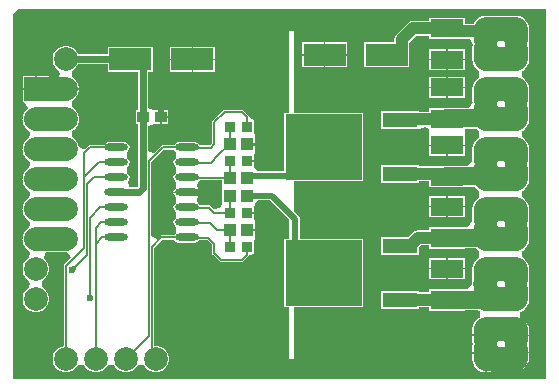
<source format=gtl>
G04*
G04 #@! TF.GenerationSoftware,Altium Limited,Altium Designer,22.6.1 (34)*
G04*
G04 Layer_Physical_Order=1*
G04 Layer_Color=255*
%FSLAX44Y44*%
%MOMM*%
G71*
G04*
G04 #@! TF.SameCoordinates,5A10DA5C-CD7F-47E8-AF5C-5331072B1CDA*
G04*
G04*
G04 #@! TF.FilePolarity,Positive*
G04*
G01*
G75*
%ADD11C,0.6000*%
%ADD15R,3.6000X1.8500*%
%ADD16R,1.0500X1.0000*%
%ADD17R,1.0000X0.9500*%
%ADD18R,3.0000X1.2500*%
%ADD19R,6.4000X5.5500*%
%ADD20R,2.8000X1.5500*%
%ADD21O,2.0000X0.6000*%
%ADD22R,0.9500X0.9000*%
%ADD36C,1.0000*%
%ADD37C,2.0000*%
%ADD38C,1.5000*%
%ADD39C,0.5000*%
%ADD40C,0.1270*%
%ADD41O,2.0000X3.0000*%
%ADD42C,2.0000*%
%ADD43O,2.0000X2.8000*%
%ADD44R,2.0000X2.0000*%
%ADD45C,0.6000*%
G36*
X83625Y-93275D02*
X-367225D01*
Y215932D01*
X-363632Y219524D01*
X-158475Y219468D01*
X-157225D01*
Y219525D01*
X83625D01*
Y-93275D01*
D02*
G37*
%LPC*%
G36*
X58225Y214192D02*
X32825D01*
X29883Y213805D01*
X27141Y212669D01*
X24787Y210863D01*
X22981Y208509D01*
X22415Y207143D01*
X15270D01*
Y212520D01*
X-15270D01*
Y209893D01*
X-28750D01*
X-31196Y209406D01*
X-33270Y208020D01*
X-42770Y198520D01*
X-44156Y196446D01*
X-44643Y194000D01*
Y191520D01*
X-70520D01*
Y170480D01*
X-31980D01*
Y184632D01*
X-31857Y185250D01*
Y191352D01*
X-26102Y197107D01*
X-15270D01*
Y194480D01*
X2133D01*
X2750Y194357D01*
X19461D01*
X21702Y189378D01*
X21458Y187525D01*
Y177525D01*
X21464Y177475D01*
X21458Y177425D01*
X21845Y174483D01*
X22981Y171741D01*
X24787Y169387D01*
X27141Y167581D01*
X27398Y167474D01*
Y161976D01*
X27141Y161869D01*
X24787Y160063D01*
X22981Y157709D01*
X21845Y154967D01*
X21458Y152025D01*
X21464Y151975D01*
X21458Y151925D01*
Y141925D01*
X21562Y141132D01*
X18245Y136096D01*
X250D01*
X250Y136096D01*
X-325Y136020D01*
X-15270D01*
Y132893D01*
X-23730D01*
Y133520D01*
X-56270D01*
Y118480D01*
X-23730D01*
Y118480D01*
X-18650Y119632D01*
X-15270Y117980D01*
Y113270D01*
X-15270Y112900D01*
Y104885D01*
X0D01*
X15270D01*
Y112900D01*
X15270Y113270D01*
Y117980D01*
X15694Y118404D01*
X25025D01*
X27141Y116781D01*
X27398Y116674D01*
Y111176D01*
X27141Y111069D01*
X24787Y109263D01*
X22981Y106909D01*
X21845Y104167D01*
X21458Y101225D01*
X21464Y101175D01*
X21458Y101125D01*
Y91125D01*
X17350Y86846D01*
X250D01*
X250Y86846D01*
X-325Y86770D01*
X-15270D01*
Y86593D01*
X-23730D01*
Y87720D01*
X-56270D01*
Y72680D01*
X-23730D01*
Y73807D01*
X-15270D01*
Y68730D01*
X15270D01*
Y69154D01*
X23738D01*
X24787Y67787D01*
X27141Y65981D01*
X27398Y65874D01*
Y60376D01*
X27141Y60269D01*
X24787Y58463D01*
X22981Y56109D01*
X21845Y53367D01*
X21458Y50425D01*
X21464Y50375D01*
X21458Y50325D01*
Y40325D01*
X21479Y40167D01*
X17899Y35096D01*
X250D01*
X-325Y35020D01*
X-15270D01*
Y32643D01*
X-24300D01*
X-24300Y32643D01*
X-26746Y32156D01*
X-28820Y30770D01*
X-32771Y26820D01*
X-56270D01*
Y11780D01*
X-23730D01*
Y17779D01*
X-21652Y19857D01*
X-15270D01*
Y16980D01*
X15270D01*
Y17404D01*
X24467D01*
X24787Y16987D01*
X27141Y15181D01*
X27398Y15074D01*
Y9576D01*
X27141Y9469D01*
X24787Y7663D01*
X22981Y5309D01*
X21845Y2567D01*
X21458Y-375D01*
X21464Y-425D01*
X21458Y-475D01*
Y-10475D01*
X21500Y-10794D01*
X21026Y-13175D01*
X17128Y-17404D01*
X250D01*
X250Y-17404D01*
X-325Y-17480D01*
X-15270D01*
Y-20107D01*
X-23730D01*
Y-18980D01*
X-56270D01*
Y-34020D01*
X-23730D01*
Y-32893D01*
X-15270D01*
Y-35520D01*
X15270D01*
Y-35096D01*
X26459D01*
X27141Y-35619D01*
X27519Y-35776D01*
Y-41274D01*
X27141Y-41431D01*
X24787Y-43237D01*
X22981Y-45591D01*
X21845Y-48333D01*
X21458Y-51275D01*
Y-55640D01*
X32825D01*
Y-56910D01*
X21458D01*
Y-61275D01*
X21800Y-63875D01*
X21458Y-66475D01*
Y-70840D01*
X32825D01*
Y-71475D01*
X33460D01*
Y-87759D01*
X35767Y-87455D01*
X38509Y-86319D01*
X40863Y-84513D01*
X42669Y-82159D01*
X43066Y-81202D01*
X47650Y-80820D01*
X48498Y-80912D01*
X50187Y-83113D01*
X52541Y-84919D01*
X55283Y-86055D01*
X57590Y-86359D01*
Y-71075D01*
X58225D01*
Y-70440D01*
X69592D01*
Y-67075D01*
X69205Y-64133D01*
X69098Y-63875D01*
X69205Y-63617D01*
X69592Y-60675D01*
Y-57310D01*
X58225D01*
Y-56040D01*
X69592D01*
Y-52675D01*
X69205Y-49733D01*
X68069Y-46991D01*
X66263Y-44637D01*
X63909Y-42831D01*
X62100Y-42081D01*
X61616Y-39225D01*
X62100Y-36369D01*
X63909Y-35619D01*
X66263Y-33813D01*
X68069Y-31459D01*
X69205Y-28717D01*
X69592Y-25775D01*
X69493Y-25025D01*
X69592Y-24275D01*
Y-16275D01*
X69205Y-13333D01*
X69098Y-13075D01*
X69205Y-12817D01*
X69592Y-9875D01*
Y-1875D01*
X69493Y-1125D01*
X69592Y-375D01*
X69205Y2567D01*
X68069Y5309D01*
X66263Y7663D01*
X63909Y9469D01*
X63652Y9576D01*
Y15074D01*
X63909Y15181D01*
X66263Y16987D01*
X68069Y19341D01*
X69205Y22083D01*
X69592Y25025D01*
X69493Y25775D01*
X69592Y26525D01*
Y34525D01*
X69205Y37467D01*
X69098Y37725D01*
X69205Y37983D01*
X69592Y40925D01*
Y48925D01*
X69493Y49675D01*
X69592Y50425D01*
X69205Y53367D01*
X68069Y56109D01*
X66263Y58463D01*
X63909Y60269D01*
X63652Y60376D01*
Y65874D01*
X63909Y65981D01*
X66263Y67787D01*
X68069Y70141D01*
X69205Y72883D01*
X69592Y75825D01*
X69493Y76575D01*
X69592Y77325D01*
Y85325D01*
X69205Y88267D01*
X69098Y88525D01*
X69205Y88783D01*
X69592Y91725D01*
Y99725D01*
X69493Y100475D01*
X69592Y101225D01*
X69205Y104167D01*
X68069Y106909D01*
X66263Y109263D01*
X63909Y111069D01*
X63652Y111176D01*
Y116674D01*
X63909Y116781D01*
X66263Y118587D01*
X68069Y120941D01*
X69205Y123683D01*
X69592Y126625D01*
X69493Y127375D01*
X69592Y128125D01*
Y136125D01*
X69205Y139067D01*
X69098Y139325D01*
X69205Y139583D01*
X69592Y142525D01*
Y150525D01*
X69493Y151275D01*
X69592Y152025D01*
X69205Y154967D01*
X68069Y157709D01*
X66263Y160063D01*
X63909Y161869D01*
X63652Y161976D01*
Y167474D01*
X63909Y167581D01*
X66263Y169387D01*
X68069Y171741D01*
X69205Y174483D01*
X69592Y177425D01*
X69493Y178175D01*
X69592Y178925D01*
Y186925D01*
X69205Y189867D01*
X69098Y190125D01*
X69205Y190383D01*
X69592Y193325D01*
Y201325D01*
X69493Y202075D01*
X69592Y202825D01*
X69205Y205767D01*
X68069Y208509D01*
X66263Y210863D01*
X63909Y212669D01*
X61167Y213805D01*
X58225Y214192D01*
D02*
G37*
G36*
X-84480Y191520D02*
X-103115D01*
Y181635D01*
X-84480D01*
Y191520D01*
D02*
G37*
G36*
X-104385D02*
X-123020D01*
Y181635D01*
X-104385D01*
Y191520D01*
D02*
G37*
G36*
X-196425Y187565D02*
X-215060D01*
Y177680D01*
X-196425D01*
Y187565D01*
D02*
G37*
G36*
X-216330D02*
X-234965D01*
Y177680D01*
X-216330D01*
Y187565D01*
D02*
G37*
G36*
X15270Y186020D02*
X635D01*
Y177635D01*
X15270D01*
Y186020D01*
D02*
G37*
G36*
X-635D02*
X-15270D01*
Y177635D01*
X-635D01*
Y186020D01*
D02*
G37*
G36*
X-84480Y180365D02*
X-103115D01*
Y170480D01*
X-84480D01*
Y180365D01*
D02*
G37*
G36*
X-104385D02*
X-123020D01*
Y170480D01*
X-104385D01*
Y180365D01*
D02*
G37*
G36*
X15270Y176365D02*
X635D01*
Y167980D01*
X15270D01*
Y176365D01*
D02*
G37*
G36*
X-635D02*
X-15270D01*
Y167980D01*
X-635D01*
Y176365D01*
D02*
G37*
G36*
X-196425Y176410D02*
X-215060D01*
Y166525D01*
X-196425D01*
Y176410D01*
D02*
G37*
G36*
X-216330D02*
X-234965D01*
Y166525D01*
X-216330D01*
Y176410D01*
D02*
G37*
G36*
X15270Y162520D02*
X635D01*
Y154135D01*
X15270D01*
Y162520D01*
D02*
G37*
G36*
X-635D02*
X-15270D01*
Y154135D01*
X-635D01*
Y162520D01*
D02*
G37*
G36*
X-348810Y163295D02*
X-359445D01*
Y152660D01*
X-348810D01*
Y163295D01*
D02*
G37*
G36*
X15270Y152865D02*
X635D01*
Y144480D01*
X15270D01*
Y152865D01*
D02*
G37*
G36*
X-635D02*
X-15270D01*
Y144480D01*
X-635D01*
Y152865D01*
D02*
G37*
G36*
X-241540Y134495D02*
Y129110D01*
X-235905D01*
Y134495D01*
X-241540D01*
D02*
G37*
G36*
X-235905Y127840D02*
X-241540D01*
Y122455D01*
X-235905D01*
Y127840D01*
D02*
G37*
G36*
X15270Y103615D02*
X635D01*
Y95230D01*
X15270D01*
Y103615D01*
D02*
G37*
G36*
X-635D02*
X-15270D01*
Y95230D01*
X-635D01*
Y103615D01*
D02*
G37*
G36*
X-129725Y200775D02*
X-133959D01*
Y132120D01*
X-137770D01*
Y82369D01*
X-159842D01*
X-163062Y85006D01*
X-163635Y87681D01*
Y90610D01*
X-169655D01*
Y91880D01*
X-163635D01*
Y94809D01*
X-162635Y99475D01*
X-162635Y101681D01*
Y105110D01*
X-169155D01*
Y106380D01*
X-162635D01*
Y109809D01*
X-162635Y112015D01*
X-163635Y116681D01*
Y126015D01*
X-163832D01*
X-167713Y128655D01*
X-167861Y129398D01*
X-168281Y130028D01*
X-172351Y134098D01*
X-172982Y134520D01*
X-173725Y134667D01*
X-188225D01*
X-188225Y134667D01*
X-188968Y134520D01*
X-189598Y134099D01*
X-189599Y134098D01*
X-198348Y125349D01*
X-198769Y124718D01*
X-198917Y123975D01*
Y106530D01*
X-201029Y104417D01*
X-209487D01*
X-210347Y105703D01*
X-211759Y106647D01*
X-213425Y106979D01*
X-227425D01*
X-229091Y106647D01*
X-230504Y105703D01*
X-231263Y104567D01*
X-240325D01*
X-241068Y104419D01*
X-241698Y103998D01*
X-248128Y97569D01*
X-252821Y99513D01*
Y120756D01*
X-248445Y122455D01*
X-245825Y122455D01*
X-242810D01*
Y128475D01*
Y134495D01*
X-245825D01*
X-248445Y134495D01*
X-252821Y136194D01*
Y166525D01*
X-248925D01*
Y187565D01*
X-287465D01*
Y181779D01*
X-312275D01*
X-313757Y184345D01*
X-315855Y186443D01*
X-318425Y187927D01*
X-321291Y188695D01*
X-324259D01*
X-327125Y187927D01*
X-329695Y186443D01*
X-331793Y184345D01*
X-333277Y181775D01*
X-334045Y178909D01*
Y175941D01*
X-333277Y173075D01*
X-331793Y170505D01*
X-329695Y168407D01*
X-328146Y167513D01*
X-327602Y164853D01*
Y164597D01*
X-328138Y161977D01*
X-328340Y161826D01*
X-329695Y161043D01*
X-330624Y160115D01*
X-332144Y158975D01*
X-336905Y160251D01*
Y163295D01*
X-347540D01*
Y152025D01*
X-348175D01*
Y151390D01*
X-359445D01*
Y140755D01*
X-358243D01*
X-357686Y139976D01*
X-355095Y135643D01*
X-355622Y135116D01*
X-356213Y134663D01*
X-356666Y134072D01*
X-357193Y133545D01*
X-357566Y132900D01*
X-358019Y132309D01*
X-358304Y131620D01*
X-358677Y130975D01*
X-358870Y130255D01*
X-359155Y129567D01*
X-359252Y128828D01*
X-359445Y128109D01*
Y127364D01*
X-359542Y126625D01*
X-359445Y125886D01*
Y125141D01*
X-359252Y124422D01*
X-359155Y123683D01*
X-358870Y122995D01*
X-358677Y122275D01*
X-358304Y121630D01*
X-358019Y120941D01*
X-357566Y120350D01*
X-357193Y119705D01*
X-356666Y119178D01*
X-356213Y118587D01*
X-355622Y118134D01*
X-355095Y117607D01*
X-354450Y117234D01*
X-353859Y116781D01*
X-353636Y116688D01*
X-353002Y114461D01*
Y113389D01*
X-353636Y111161D01*
X-353859Y111069D01*
X-354450Y110616D01*
X-355095Y110243D01*
X-355622Y109716D01*
X-356213Y109263D01*
X-356666Y108672D01*
X-357193Y108145D01*
X-357566Y107500D01*
X-358019Y106909D01*
X-358304Y106220D01*
X-358677Y105575D01*
X-358870Y104855D01*
X-359155Y104167D01*
X-359252Y103428D01*
X-359445Y102709D01*
Y101964D01*
X-359542Y101225D01*
X-359445Y100486D01*
Y99741D01*
X-359252Y99022D01*
X-359155Y98283D01*
X-358870Y97595D01*
X-358677Y96875D01*
X-358304Y96230D01*
X-358019Y95541D01*
X-357566Y94950D01*
X-357193Y94305D01*
X-356666Y93778D01*
X-356213Y93187D01*
X-355622Y92734D01*
X-355095Y92207D01*
X-354450Y91834D01*
X-353859Y91381D01*
X-353636Y91288D01*
X-353002Y89061D01*
Y87989D01*
X-353636Y85761D01*
X-353859Y85669D01*
X-354450Y85216D01*
X-355095Y84843D01*
X-355622Y84316D01*
X-356213Y83863D01*
X-356666Y83272D01*
X-357193Y82745D01*
X-357566Y82100D01*
X-358019Y81509D01*
X-358304Y80820D01*
X-358677Y80175D01*
X-358870Y79455D01*
X-359155Y78767D01*
X-359252Y78028D01*
X-359445Y77309D01*
Y76564D01*
X-359542Y75825D01*
X-359445Y75086D01*
Y74341D01*
X-359252Y73622D01*
X-359155Y72883D01*
X-358870Y72195D01*
X-358677Y71475D01*
X-358304Y70830D01*
X-358019Y70141D01*
X-357566Y69550D01*
X-357193Y68905D01*
X-356666Y68378D01*
X-356213Y67787D01*
X-355622Y67334D01*
X-355095Y66807D01*
X-354450Y66434D01*
X-353859Y65981D01*
X-353636Y65889D01*
X-353002Y63661D01*
Y62589D01*
X-353636Y60361D01*
X-353859Y60269D01*
X-354450Y59816D01*
X-355095Y59443D01*
X-355622Y58916D01*
X-356213Y58463D01*
X-356666Y57872D01*
X-357193Y57345D01*
X-357566Y56700D01*
X-358019Y56109D01*
X-358304Y55420D01*
X-358677Y54775D01*
X-358870Y54055D01*
X-359155Y53367D01*
X-359252Y52628D01*
X-359445Y51909D01*
Y51164D01*
X-359542Y50425D01*
X-359445Y49686D01*
Y48941D01*
X-359252Y48222D01*
X-359155Y47483D01*
X-358870Y46795D01*
X-358677Y46075D01*
X-358304Y45430D01*
X-358019Y44741D01*
X-357566Y44150D01*
X-357193Y43505D01*
X-356666Y42978D01*
X-356213Y42387D01*
X-355622Y41934D01*
X-355095Y41407D01*
X-354450Y41034D01*
X-353859Y40581D01*
X-353636Y40489D01*
X-353002Y38261D01*
Y37189D01*
X-353636Y34962D01*
X-353859Y34869D01*
X-354450Y34416D01*
X-355095Y34043D01*
X-355622Y33516D01*
X-356213Y33063D01*
X-356666Y32472D01*
X-357193Y31945D01*
X-357566Y31300D01*
X-358019Y30709D01*
X-358304Y30020D01*
X-358677Y29375D01*
X-358870Y28655D01*
X-359155Y27967D01*
X-359252Y27228D01*
X-359445Y26509D01*
Y25764D01*
X-359542Y25025D01*
X-359445Y24286D01*
Y23541D01*
X-359252Y22822D01*
X-359155Y22083D01*
X-358870Y21395D01*
X-358677Y20675D01*
X-358304Y20030D01*
X-358019Y19341D01*
X-357566Y18750D01*
X-357193Y18105D01*
X-356666Y17578D01*
X-356213Y16987D01*
X-355622Y16534D01*
X-355095Y16007D01*
X-354450Y15634D01*
X-353859Y15181D01*
X-353636Y15088D01*
X-353002Y12861D01*
Y12197D01*
X-353546Y9537D01*
X-355095Y8643D01*
X-357193Y6545D01*
X-358677Y3975D01*
X-359445Y1109D01*
Y-1859D01*
X-358677Y-4725D01*
X-357193Y-7295D01*
X-355095Y-9393D01*
X-353546Y-10287D01*
X-353002Y-12947D01*
Y-13203D01*
X-353546Y-15863D01*
X-355095Y-16757D01*
X-357193Y-18855D01*
X-358677Y-21425D01*
X-359445Y-24291D01*
Y-27259D01*
X-358677Y-30125D01*
X-357193Y-32695D01*
X-355095Y-34793D01*
X-352525Y-36277D01*
X-349659Y-37045D01*
X-346691D01*
X-343825Y-36277D01*
X-341255Y-34793D01*
X-339157Y-32695D01*
X-337673Y-30125D01*
X-336905Y-27259D01*
Y-24291D01*
X-337673Y-21425D01*
X-339157Y-18855D01*
X-341255Y-16757D01*
X-342804Y-15863D01*
X-343349Y-13203D01*
Y-12947D01*
X-342804Y-10287D01*
X-341255Y-9393D01*
X-339157Y-7295D01*
X-337673Y-4725D01*
X-336905Y-1859D01*
Y1109D01*
X-337673Y3975D01*
X-339157Y6545D01*
X-341189Y8578D01*
X-341184Y8885D01*
X-339780Y13658D01*
X-322775D01*
X-322036Y13755D01*
X-321376D01*
X-319806Y12131D01*
X-318622Y9325D01*
X-324148Y3798D01*
X-324570Y3168D01*
X-324717Y2425D01*
Y-720D01*
X-324717Y-65428D01*
X-327125Y-66073D01*
X-329695Y-67557D01*
X-331793Y-69655D01*
X-333277Y-72225D01*
X-334045Y-75091D01*
Y-78059D01*
X-333277Y-80925D01*
X-331793Y-83495D01*
X-329695Y-85593D01*
X-327125Y-87077D01*
X-324259Y-87845D01*
X-321291D01*
X-318425Y-87077D01*
X-315855Y-85593D01*
X-313757Y-83495D01*
X-312863Y-81946D01*
X-310203Y-81402D01*
X-309947D01*
X-307287Y-81946D01*
X-306393Y-83495D01*
X-304295Y-85593D01*
X-301725Y-87077D01*
X-298859Y-87845D01*
X-295891D01*
X-293025Y-87077D01*
X-290455Y-85593D01*
X-288357Y-83495D01*
X-287463Y-81946D01*
X-284803Y-81402D01*
X-284547D01*
X-281887Y-81946D01*
X-280993Y-83495D01*
X-278895Y-85593D01*
X-276325Y-87077D01*
X-273459Y-87845D01*
X-270491D01*
X-267625Y-87077D01*
X-265055Y-85593D01*
X-262957Y-83495D01*
X-262063Y-81946D01*
X-259403Y-81402D01*
X-259147D01*
X-256487Y-81946D01*
X-255593Y-83495D01*
X-253495Y-85593D01*
X-250925Y-87077D01*
X-248059Y-87845D01*
X-245091D01*
X-242225Y-87077D01*
X-239655Y-85593D01*
X-237557Y-83495D01*
X-236073Y-80925D01*
X-235305Y-78059D01*
Y-75091D01*
X-236073Y-72225D01*
X-237557Y-69655D01*
X-239655Y-67557D01*
X-242225Y-66073D01*
X-245091Y-65305D01*
X-247788D01*
X-247788Y-56133D01*
Y16591D01*
X-247788Y17665D01*
X-240970Y24483D01*
X-231263D01*
X-230504Y23347D01*
X-229091Y22403D01*
X-227425Y22071D01*
X-213425D01*
X-211759Y22403D01*
X-210496Y23247D01*
X-210347Y23347D01*
Y23347D01*
X-209688Y24333D01*
X-202829D01*
X-198917Y20420D01*
Y13225D01*
X-198769Y12482D01*
X-198348Y11852D01*
X-192598Y6102D01*
X-191968Y5681D01*
X-191225Y5533D01*
X-173975D01*
X-173232Y5681D01*
X-172602Y6102D01*
X-168282Y10422D01*
X-168281Y10422D01*
X-167861Y11052D01*
X-167713Y11795D01*
X-163635Y12475D01*
Y21809D01*
X-162635Y26475D01*
X-162635Y28681D01*
Y32110D01*
X-169155D01*
Y33380D01*
X-162635D01*
Y36809D01*
X-162635Y39015D01*
X-163635Y43681D01*
Y46610D01*
X-169655D01*
Y47880D01*
X-163635D01*
Y50809D01*
X-162635Y55475D01*
X-160209Y57901D01*
X-149837D01*
X-133959Y42023D01*
Y25420D01*
X-137770D01*
Y-32620D01*
X-133959D01*
Y-76725D01*
X-129725D01*
Y-32620D01*
X-71230D01*
Y25420D01*
X-124602D01*
Y41946D01*
X-124602Y41946D01*
X-124895Y43417D01*
X-125728Y44664D01*
X-125728Y44664D01*
X-129725Y48661D01*
Y74080D01*
X-71230D01*
Y132120D01*
X-129725D01*
Y200775D01*
D02*
G37*
G36*
X15270Y61520D02*
X635D01*
Y53135D01*
X15270D01*
Y61520D01*
D02*
G37*
G36*
X-635D02*
X-15270D01*
Y53135D01*
X-635D01*
Y61520D01*
D02*
G37*
G36*
X15270Y51865D02*
X635D01*
Y43480D01*
X15270D01*
Y51865D01*
D02*
G37*
G36*
X-635D02*
X-15270D01*
Y43480D01*
X-635D01*
Y51865D01*
D02*
G37*
G36*
X15270Y9020D02*
X635D01*
Y635D01*
X15270D01*
Y9020D01*
D02*
G37*
G36*
X-635D02*
X-15270D01*
Y635D01*
X-635D01*
Y9020D01*
D02*
G37*
G36*
X15270Y-635D02*
X635D01*
Y-9020D01*
X15270D01*
Y-635D01*
D02*
G37*
G36*
X-635D02*
X-15270D01*
Y-9020D01*
X-635D01*
Y-635D01*
D02*
G37*
G36*
X69592Y-71710D02*
X58860D01*
Y-86359D01*
X61167Y-86055D01*
X63909Y-84919D01*
X66263Y-83113D01*
X68069Y-80759D01*
X69205Y-78017D01*
X69592Y-75075D01*
Y-71710D01*
D02*
G37*
G36*
X32190Y-72110D02*
X21458D01*
Y-76475D01*
X21845Y-79417D01*
X22981Y-82159D01*
X24787Y-84513D01*
X27141Y-86319D01*
X29883Y-87455D01*
X32190Y-87759D01*
Y-72110D01*
D02*
G37*
%LPD*%
G36*
X-306781Y79846D02*
X-306754Y79657D01*
X-306709Y79511D01*
X-306646Y79409D01*
X-306565Y79350D01*
X-306467Y79335D01*
X-306350Y79362D01*
X-306215Y79434D01*
X-306063Y79548D01*
X-305892Y79706D01*
Y77910D01*
X-306063Y77727D01*
X-306215Y77536D01*
X-306350Y77338D01*
X-306467Y77132D01*
X-306565Y76919D01*
X-306646Y76698D01*
X-306709Y76470D01*
X-306754Y76235D01*
X-306781Y75992D01*
X-306790Y75742D01*
X-308060Y77275D01*
X-306790Y80078D01*
X-306781Y79846D01*
D02*
G37*
G36*
X-287465Y166525D02*
X-261529D01*
Y134495D01*
X-263445D01*
Y122455D01*
X-261529D01*
Y69978D01*
X-262628Y68879D01*
X-268941D01*
X-270128Y73959D01*
X-269846Y74146D01*
X-269846Y74147D01*
X-269037Y75357D01*
X-268903Y75559D01*
X-268903Y75559D01*
X-268571Y77225D01*
X-268903Y78891D01*
X-268903Y78891D01*
X-269846Y80303D01*
X-269846Y80303D01*
X-270655Y80843D01*
X-270981Y83575D01*
X-270655Y86307D01*
X-270048Y86712D01*
X-269846Y86847D01*
X-269846Y86847D01*
X-269037Y88057D01*
X-268903Y88259D01*
X-268903Y88259D01*
X-268571Y89925D01*
X-268903Y91591D01*
X-268903Y91591D01*
X-269846Y93003D01*
X-269846Y93004D01*
X-270655Y93543D01*
X-270981Y96275D01*
X-270655Y99007D01*
X-270048Y99412D01*
X-269846Y99546D01*
X-269846Y99547D01*
X-268903Y100959D01*
X-268571Y102625D01*
X-268903Y104291D01*
X-268903Y104291D01*
X-269846Y105703D01*
X-271259Y106647D01*
X-271259Y106647D01*
X-272925Y106979D01*
X-286925D01*
X-288591Y106647D01*
X-290004Y105703D01*
X-290763Y104567D01*
X-302325D01*
X-302325Y104567D01*
X-303068Y104419D01*
X-303698Y103998D01*
X-306533Y101164D01*
X-306861Y101168D01*
X-308440Y101439D01*
X-311646Y103235D01*
X-311698Y103428D01*
X-311795Y104167D01*
X-312080Y104855D01*
X-312273Y105575D01*
X-312646Y106220D01*
X-312931Y106909D01*
X-313384Y107500D01*
X-313757Y108145D01*
X-314284Y108672D01*
X-314737Y109263D01*
X-315328Y109716D01*
X-315855Y110243D01*
X-316500Y110616D01*
X-317091Y111069D01*
X-317314Y111161D01*
X-317948Y113389D01*
Y114461D01*
X-317314Y116688D01*
X-317091Y116781D01*
X-316500Y117234D01*
X-315855Y117607D01*
X-315328Y118134D01*
X-314737Y118587D01*
X-314284Y119178D01*
X-313757Y119705D01*
X-313384Y120350D01*
X-312931Y120941D01*
X-312646Y121630D01*
X-312273Y122275D01*
X-312080Y122995D01*
X-311795Y123683D01*
X-311698Y124422D01*
X-311505Y125141D01*
Y125886D01*
X-311408Y126625D01*
X-311505Y127364D01*
Y128109D01*
X-311698Y128828D01*
X-311795Y129567D01*
X-312080Y130255D01*
X-312273Y130975D01*
X-312646Y131620D01*
X-312931Y132309D01*
X-313384Y132900D01*
X-313757Y133545D01*
X-314284Y134072D01*
X-314737Y134663D01*
X-315328Y135116D01*
X-315855Y135643D01*
X-316500Y136016D01*
X-317091Y136469D01*
X-317314Y136561D01*
X-317948Y138789D01*
Y139453D01*
X-317404Y142113D01*
X-315855Y143007D01*
X-313757Y145105D01*
X-312273Y147675D01*
X-311505Y150541D01*
Y151390D01*
X-322775D01*
Y152660D01*
X-311505D01*
Y153509D01*
X-312273Y156375D01*
X-313757Y158945D01*
X-315855Y161043D01*
X-317404Y161937D01*
X-317948Y164597D01*
Y164853D01*
X-317404Y167513D01*
X-315855Y168407D01*
X-313757Y170505D01*
X-312275Y173071D01*
X-287465D01*
Y166525D01*
D02*
G37*
G36*
X-231263Y100683D02*
X-230504Y99546D01*
X-229695Y99007D01*
X-229369Y96275D01*
X-229695Y93543D01*
X-230504Y93004D01*
X-231447Y91591D01*
X-231779Y89925D01*
X-231447Y88259D01*
X-230504Y86847D01*
X-229695Y86307D01*
X-229369Y83575D01*
X-229695Y80843D01*
X-230504Y80303D01*
X-231447Y78891D01*
X-231779Y77225D01*
X-231447Y75559D01*
X-230504Y74146D01*
X-229695Y73607D01*
X-229369Y70875D01*
X-229695Y68143D01*
X-230504Y67604D01*
X-231313Y66393D01*
X-231447Y66191D01*
X-231447Y66191D01*
X-231652Y65160D01*
X-220425D01*
X-209198D01*
X-209403Y66191D01*
X-209403Y66191D01*
X-210347Y67604D01*
X-211155Y68143D01*
X-211471Y70791D01*
X-209283Y75133D01*
X-209141D01*
X-190175D01*
X-190175Y69245D01*
X-190175Y65395D01*
Y55475D01*
X-190175D01*
Y54267D01*
X-191967Y51256D01*
X-197719Y50716D01*
X-200051Y53048D01*
X-200682Y53470D01*
X-201425Y53617D01*
X-209487D01*
X-210347Y54903D01*
X-211155Y55443D01*
X-211481Y58175D01*
X-211155Y60907D01*
X-210548Y61312D01*
X-210347Y61446D01*
X-210346Y61447D01*
X-209403Y62859D01*
X-209198Y63890D01*
X-220425D01*
X-231652D01*
X-231447Y62859D01*
X-230504Y61447D01*
X-230504Y61446D01*
X-229695Y60907D01*
X-229369Y58175D01*
X-229695Y55443D01*
X-230504Y54903D01*
X-231447Y53491D01*
X-231779Y51825D01*
X-231447Y50159D01*
X-230504Y48747D01*
X-229695Y48207D01*
X-229369Y45475D01*
X-229695Y42743D01*
X-230504Y42203D01*
X-231447Y40791D01*
X-231779Y39125D01*
X-231447Y37459D01*
X-230504Y36047D01*
X-229695Y35507D01*
X-229369Y32775D01*
X-229695Y30043D01*
X-230504Y29504D01*
X-231263Y28367D01*
X-241775D01*
X-241775Y28367D01*
X-242518Y28219D01*
X-243148Y27798D01*
X-245634Y25312D01*
X-250328Y27257D01*
X-250328Y67867D01*
Y88828D01*
X-250328Y89875D01*
X-239520Y100683D01*
X-231659D01*
X-231263D01*
D02*
G37*
G36*
X-296731Y23451D02*
X-296704Y23262D01*
X-296659Y23116D01*
X-296596Y23014D01*
X-296516Y22955D01*
X-296417Y22940D01*
X-296300Y22967D01*
X-296165Y23039D01*
X-296013Y23153D01*
X-295842Y23311D01*
Y21515D01*
X-296013Y21332D01*
X-296165Y21141D01*
X-296300Y20943D01*
X-296417Y20737D01*
X-296516Y20524D01*
X-296596Y20303D01*
X-296659Y20076D01*
X-296704Y19840D01*
X-296731Y19597D01*
X-296740Y19347D01*
X-298010Y20880D01*
X-296740Y23683D01*
X-296731Y23451D01*
D02*
G37*
G36*
X-313630Y1922D02*
X-313785Y1746D01*
X-313923Y1546D01*
X-314044Y1321D01*
X-314149Y1072D01*
X-314237Y797D01*
X-314308Y498D01*
X-314362Y175D01*
X-314400Y-174D01*
X-314425Y-945D01*
X-317395Y2025D01*
X-316997Y2029D01*
X-316275Y2088D01*
X-315952Y2142D01*
X-315653Y2213D01*
X-315378Y2301D01*
X-315129Y2406D01*
X-314904Y2527D01*
X-314704Y2665D01*
X-314528Y2820D01*
X-313630Y1922D01*
D02*
G37*
G36*
X-301540Y-20559D02*
X-301526Y-20784D01*
X-301485Y-21019D01*
X-301415Y-21264D01*
X-301318Y-21520D01*
X-301193Y-21785D01*
X-301041Y-22061D01*
X-300861Y-22347D01*
X-300417Y-22949D01*
X-300154Y-23265D01*
X-304339Y-22915D01*
X-304049Y-22662D01*
X-303789Y-22411D01*
X-303559Y-22161D01*
X-303361Y-21912D01*
X-303192Y-21665D01*
X-303055Y-21419D01*
X-302948Y-21175D01*
X-302871Y-20932D01*
X-302825Y-20690D01*
X-302810Y-20450D01*
X-301540Y-20559D01*
D02*
G37*
D11*
X-203550Y64400D02*
X-203425Y64275D01*
X-222925Y64525D02*
X-203675D01*
X-203550Y64400D01*
X-277425Y64525D02*
X-260825D01*
X-257175Y68175D02*
Y128475D01*
X-260825Y64525D02*
X-257175Y68175D01*
X-322775Y177425D02*
X-268575D01*
X-268195Y177045D01*
X-257175Y128475D02*
Y170795D01*
X-268195Y177045D02*
X-263425D01*
X-257175Y170795D01*
D15*
X-51250Y181000D02*
D03*
X-103750D02*
D03*
X-268195Y177045D02*
D03*
X-215695D02*
D03*
D16*
X-183655Y105745D02*
D03*
X-169155D02*
D03*
X-183655Y32745D02*
D03*
X-169155D02*
D03*
X-183655Y76745D02*
D03*
X-169155D02*
D03*
X-183655Y61745D02*
D03*
X-169155D02*
D03*
D17*
X-242175Y128475D02*
D03*
X-257175D02*
D03*
D18*
X-40000Y80200D02*
D03*
Y126000D02*
D03*
Y-26500D02*
D03*
Y19300D02*
D03*
D19*
X-104500Y103100D02*
D03*
Y-3600D02*
D03*
D20*
X0Y0D02*
D03*
Y-26500D02*
D03*
Y104250D02*
D03*
Y77750D02*
D03*
Y153500D02*
D03*
Y127000D02*
D03*
Y177000D02*
D03*
Y203500D02*
D03*
Y52500D02*
D03*
Y26000D02*
D03*
D21*
X-220425Y102625D02*
D03*
Y26425D02*
D03*
Y39125D02*
D03*
Y51825D02*
D03*
Y64525D02*
D03*
Y77225D02*
D03*
Y89925D02*
D03*
X-279925Y26425D02*
D03*
Y39125D02*
D03*
Y51825D02*
D03*
Y64525D02*
D03*
Y77225D02*
D03*
Y89925D02*
D03*
Y102625D02*
D03*
D22*
X-169655Y120245D02*
D03*
X-184155D02*
D03*
X-169655Y18245D02*
D03*
X-184155D02*
D03*
Y91245D02*
D03*
X-169655D02*
D03*
X-184155Y47245D02*
D03*
X-169655D02*
D03*
D36*
X-51250Y181000D02*
X-42500D01*
X-38250Y185250D01*
Y194000D01*
X-28750Y203500D02*
X0D01*
X-38250Y194000D02*
X-28750Y203500D01*
X-24300Y26250D02*
X250D01*
X-31250Y19300D02*
X-24300Y26250D01*
X-40000Y19300D02*
X-31250D01*
X-40000Y-26500D02*
X0D01*
X2750Y200750D02*
X30750D01*
X32825Y202825D01*
X0Y203500D02*
X2750Y200750D01*
X-2450Y80200D02*
X0Y77750D01*
X-40000Y80200D02*
X-2450D01*
X-39500Y126500D02*
X-500D01*
X0Y127000D01*
X-40000Y126000D02*
X-39500Y126500D01*
X32125Y176725D02*
X32825Y177425D01*
X27619Y-13175D02*
X32825Y-18381D01*
Y-25775D02*
Y-18381D01*
X27419Y-13175D02*
X27619D01*
X27419D02*
X32825Y-7769D01*
Y-375D01*
D37*
Y-25775D02*
X58225D01*
X32825Y25025D02*
X58225D01*
X32825Y75825D02*
X58225D01*
X32825Y126625D02*
X58225D01*
X32825Y202825D02*
X58225D01*
X32825Y177425D02*
X58225D01*
X32825Y-375D02*
X58225D01*
X32825Y152025D02*
X58225D01*
X32825Y101225D02*
X58225D01*
X32825Y50425D02*
X58225D01*
X32825Y-76575D02*
X58225D01*
X32825Y-51175D02*
X58225D01*
X-348175Y126625D02*
X-322775D01*
X-348175Y50425D02*
X-322775D01*
X-348175Y75825D02*
X-322775D01*
X-348175Y101225D02*
X-322775D01*
X-348175Y25025D02*
X-322775D01*
X-348175Y152025D02*
X-322775D01*
D38*
X32350Y-26250D02*
X32825Y-25775D01*
X0Y-26500D02*
X250Y-26250D01*
X32350D01*
X250Y26250D02*
X31600D01*
X32825Y25025D01*
X250Y78000D02*
X30650D01*
X0Y77750D02*
X250Y78000D01*
X30650D02*
X32825Y75825D01*
X250Y127250D02*
X32200D01*
X0Y127000D02*
X250Y127250D01*
X32200D02*
X32825Y126625D01*
D39*
X-110600Y103100D02*
X-107000D01*
X-135175Y78525D02*
X-110600Y103100D01*
X-119700Y96750D02*
X-118325Y95375D01*
X-118325D01*
X-135175Y78525D02*
X-131025Y82675D01*
X-118325Y95375D01*
X-167375Y78525D02*
X-135175D01*
X-169155Y76745D02*
X-167375Y78525D01*
X-104500Y-3600D02*
Y-2296D01*
X-122246Y15450D02*
X-104500Y-2296D01*
X-128446Y21650D02*
Y41946D01*
Y21650D02*
X-122246Y15450D01*
X-148245Y61745D02*
X-128446Y41946D01*
X-169155Y61745D02*
X-148245D01*
X-242325Y128625D02*
X-242175Y128475D01*
X-242475Y150725D02*
X-242325Y150575D01*
Y128625D02*
Y150575D01*
D40*
X-302425Y-25225D02*
X-302175Y-24975D01*
Y43025D01*
X-293425Y51775D02*
X-277475D01*
X-302175Y43025D02*
X-293425Y51775D01*
X-277475D02*
X-277425Y51825D01*
X-317425Y-975D02*
X-304885Y11565D01*
Y71315D01*
X-298925Y77275D02*
X-277475D01*
X-304885Y71315D02*
X-298925Y77275D01*
X-277475D02*
X-277425Y77225D01*
X-249730Y-73420D02*
Y18470D01*
Y-73420D02*
X-246575Y-76575D01*
X-249730Y18470D02*
X-241775Y26425D01*
X-194495Y32745D02*
X-183655D01*
X-291830Y26425D02*
X-277425D01*
X-297375Y20880D02*
X-291830Y26425D01*
X-241775D02*
X-222925D01*
X-240325Y102625D02*
X-222925D01*
X-222775Y26275D02*
X-202025D01*
X-222925Y26425D02*
X-222775Y26275D01*
Y51675D02*
X-201425D01*
X-222925Y51825D02*
X-222775Y51675D01*
X-302325Y102625D02*
X-277425D01*
X-292575Y39125D02*
X-277425D01*
X-297375Y34325D02*
X-292575Y39125D01*
X-222775Y102475D02*
X-200225D01*
X-222925Y102625D02*
X-222775Y102475D01*
Y89775D02*
X-199875D01*
X-222925Y89925D02*
X-222775Y89775D01*
Y38975D02*
X-200725D01*
X-222925Y39125D02*
X-222775Y38975D01*
Y77075D02*
X-183985D01*
X-222925Y77225D02*
X-222775Y77075D01*
X-294775Y89925D02*
X-277425D01*
X-307425Y77275D02*
X-294775Y89925D01*
X-183985Y77075D02*
X-183655Y76745D01*
X-200725Y38975D02*
X-194495Y32745D01*
X-183905Y105745D02*
X-183655D01*
X-193598Y96053D02*
X-183905Y105745D01*
X-193598Y96053D02*
Y96053D01*
X-199875Y89775D02*
X-193598Y96053D01*
X-169655Y120245D02*
Y128655D01*
X-173725Y132725D02*
X-169655Y128655D01*
X-188225Y132725D02*
X-173725D01*
X-196975Y123975D02*
X-188225Y132725D01*
X-196975Y105725D02*
Y123975D01*
X-200225Y102475D02*
X-196975Y105725D01*
X-297375Y20880D02*
Y34325D01*
X-307425Y97525D02*
X-302325Y102625D01*
X-307425Y77275D02*
Y97525D01*
X-196995Y47245D02*
X-184155D01*
X-201425Y51675D02*
X-196995Y47245D01*
X-169655Y11795D02*
Y18245D01*
X-173975Y7475D02*
X-169655Y11795D01*
X-191225Y7475D02*
X-173975D01*
X-196975Y13225D02*
X-191225Y7475D01*
X-196975Y13225D02*
Y21225D01*
X-202025Y26275D02*
X-196975Y21225D01*
X-252270Y90680D02*
X-240325Y102625D01*
X-252270Y-56870D02*
Y90680D01*
X-271975Y-76575D02*
X-252270Y-56870D01*
X-297375Y-76575D02*
Y20880D01*
X-322775Y-76575D02*
Y2425D01*
X-307425Y17775D01*
Y77275D01*
X-169155Y90745D02*
X-155495D01*
X-169655Y91245D02*
X-169155Y90745D01*
X-169655Y47245D02*
X-155495D01*
X-168155Y104745D02*
X-155495D01*
X-169155Y105745D02*
X-168155Y104745D01*
X-155495Y32745D02*
X-155475Y32725D01*
X-169155Y32745D02*
X-155495D01*
X-184155Y47245D02*
X-183655Y47745D01*
Y61745D01*
X-184155Y77245D02*
Y91245D01*
Y77245D02*
X-183985Y77075D01*
X-184155Y32245D02*
X-183655Y32745D01*
X-184155Y18245D02*
Y32245D01*
Y120245D02*
X-183655Y119745D01*
Y105745D02*
Y119745D01*
D41*
X32825Y-71475D02*
D03*
Y-56275D02*
D03*
Y-20675D02*
D03*
Y-5475D02*
D03*
Y30125D02*
D03*
Y45325D02*
D03*
Y80925D02*
D03*
Y96125D02*
D03*
Y131725D02*
D03*
Y146925D02*
D03*
Y182525D02*
D03*
Y197725D02*
D03*
D42*
X-322775Y25025D02*
D03*
Y50425D02*
D03*
Y75825D02*
D03*
Y101225D02*
D03*
Y126625D02*
D03*
Y152025D02*
D03*
Y177425D02*
D03*
X-246575Y-76575D02*
D03*
X-271975D02*
D03*
X-297375D02*
D03*
X-322775D02*
D03*
X-348175Y126625D02*
D03*
Y-25775D02*
D03*
Y50425D02*
D03*
Y75825D02*
D03*
Y101225D02*
D03*
Y-375D02*
D03*
Y25025D02*
D03*
D43*
X58225Y182925D02*
D03*
Y197325D02*
D03*
Y30525D02*
D03*
Y-20275D02*
D03*
Y-5875D02*
D03*
Y146525D02*
D03*
Y132125D02*
D03*
Y81325D02*
D03*
Y95725D02*
D03*
Y44925D02*
D03*
Y-71075D02*
D03*
Y-56675D02*
D03*
D44*
X-348175Y152025D02*
D03*
D45*
X69775Y213725D02*
D03*
X74775Y203725D02*
D03*
Y183725D02*
D03*
Y163725D02*
D03*
Y143725D02*
D03*
Y123725D02*
D03*
X69775Y113725D02*
D03*
X74775Y103725D02*
D03*
Y83725D02*
D03*
Y63725D02*
D03*
Y43725D02*
D03*
Y23725D02*
D03*
X69775Y13725D02*
D03*
X74775Y3725D02*
D03*
Y-16275D02*
D03*
Y-36275D02*
D03*
Y-56275D02*
D03*
Y-76275D02*
D03*
X69775Y-86275D02*
D03*
X-230225D02*
D03*
X-260225D02*
D03*
X-310225D02*
D03*
X-320225Y213725D02*
D03*
Y193725D02*
D03*
X-330225Y213725D02*
D03*
X-325225Y203725D02*
D03*
X-330225Y193725D02*
D03*
Y-6275D02*
D03*
Y-46275D02*
D03*
X-340225Y213725D02*
D03*
X-335225Y203725D02*
D03*
X-340225Y193725D02*
D03*
Y173725D02*
D03*
X-335225Y-16275D02*
D03*
Y-36275D02*
D03*
X-340225Y-46275D02*
D03*
X-335225Y-56275D02*
D03*
X-340225Y-66275D02*
D03*
Y-86275D02*
D03*
X-350225Y213725D02*
D03*
X-345225Y203725D02*
D03*
X-350225Y193725D02*
D03*
X-345225Y183725D02*
D03*
X-350225Y173725D02*
D03*
Y-46275D02*
D03*
X-345225Y-56275D02*
D03*
X-350225Y-66275D02*
D03*
X-345225Y-76275D02*
D03*
X-350225Y-86275D02*
D03*
X-360225Y213725D02*
D03*
X-355225Y203725D02*
D03*
X-360225Y193725D02*
D03*
X-355225Y183725D02*
D03*
X-360225Y173725D02*
D03*
Y113725D02*
D03*
Y33725D02*
D03*
Y13725D02*
D03*
Y-46275D02*
D03*
X-355225Y-56275D02*
D03*
X-360225Y-66275D02*
D03*
X-355225Y-76275D02*
D03*
X-360225Y-86275D02*
D03*
X19775Y113725D02*
D03*
X-10225Y-66275D02*
D03*
X-25225Y143725D02*
D03*
X-40225Y113725D02*
D03*
Y53725D02*
D03*
Y-6275D02*
D03*
Y-66275D02*
D03*
X-55225Y203725D02*
D03*
Y143725D02*
D03*
X-70225Y53725D02*
D03*
Y-66275D02*
D03*
X-85225Y203725D02*
D03*
Y143725D02*
D03*
X-100225Y53725D02*
D03*
X-85225Y-36275D02*
D03*
X-100225Y-66275D02*
D03*
X-115225Y203725D02*
D03*
Y143725D02*
D03*
Y-36275D02*
D03*
X-145225Y203725D02*
D03*
X-160225Y173725D02*
D03*
X-145225Y143725D02*
D03*
Y23725D02*
D03*
X-160225Y-6275D02*
D03*
X-145225Y-36275D02*
D03*
X-160225Y-66275D02*
D03*
X-175225Y203725D02*
D03*
X-190225Y173725D02*
D03*
X-175225Y143725D02*
D03*
X-190225Y-6275D02*
D03*
X-175225Y-36275D02*
D03*
X-190225Y-66275D02*
D03*
X-205225Y203725D02*
D03*
Y143725D02*
D03*
X-220225Y113725D02*
D03*
Y-6275D02*
D03*
X-205225Y-36275D02*
D03*
X-220225Y-66275D02*
D03*
X-235225Y203725D02*
D03*
Y143725D02*
D03*
Y83725D02*
D03*
Y-36275D02*
D03*
X-265225Y203725D02*
D03*
Y143725D02*
D03*
X-280225Y113725D02*
D03*
X-265225Y83725D02*
D03*
X-295225Y203725D02*
D03*
Y143725D02*
D03*
X-310225Y113725D02*
D03*
X-325225Y203725D02*
D03*
X-340225Y173725D02*
D03*
Y-66275D02*
D03*
X-7500Y177000D02*
D03*
X7500D02*
D03*
X-7500Y153500D02*
D03*
X7500D02*
D03*
X-7500Y104250D02*
D03*
X7500D02*
D03*
X-7500Y52500D02*
D03*
X7500D02*
D03*
Y0D02*
D03*
X-7500D02*
D03*
X-91595Y181000D02*
D03*
X-103750D02*
D03*
X-115905Y181160D02*
D03*
X-203540Y177045D02*
D03*
X-215695D02*
D03*
X-227850Y177205D02*
D03*
X-79100Y84050D02*
D03*
Y122150D02*
D03*
X-129900D02*
D03*
Y84050D02*
D03*
X-117200D02*
D03*
X-104500D02*
D03*
X-91800D02*
D03*
X-79100Y96750D02*
D03*
Y109450D02*
D03*
X-91800Y96750D02*
D03*
Y109450D02*
D03*
Y122150D02*
D03*
X-104500D02*
D03*
Y109450D02*
D03*
Y96750D02*
D03*
X-117200D02*
D03*
X-129900D02*
D03*
Y109450D02*
D03*
X-117200D02*
D03*
Y122150D02*
D03*
X-79100Y-22650D02*
D03*
Y15450D02*
D03*
X-129900D02*
D03*
Y-22650D02*
D03*
X-117200D02*
D03*
X-104500D02*
D03*
X-91800D02*
D03*
X-79100Y-9950D02*
D03*
Y2750D02*
D03*
X-91800Y-9950D02*
D03*
Y2750D02*
D03*
Y15450D02*
D03*
X-104500D02*
D03*
Y2750D02*
D03*
Y-9950D02*
D03*
X-117200D02*
D03*
X-129900D02*
D03*
Y2750D02*
D03*
X-117200D02*
D03*
Y15450D02*
D03*
X-40225Y213725D02*
D03*
X-50225D02*
D03*
X-60225D02*
D03*
X-70225D02*
D03*
X-80225D02*
D03*
X-90225D02*
D03*
X-100225D02*
D03*
X-110225D02*
D03*
X-105225Y203725D02*
D03*
X-120225Y213725D02*
D03*
X-115225Y203725D02*
D03*
X-130225Y213725D02*
D03*
X-125225Y203725D02*
D03*
X-140225Y213725D02*
D03*
X-135225Y203725D02*
D03*
X-140225Y193725D02*
D03*
X-150225Y213725D02*
D03*
X-145225Y203725D02*
D03*
X-150225Y193725D02*
D03*
X-160225Y213725D02*
D03*
X-155225Y203725D02*
D03*
X-160225Y193725D02*
D03*
X-170225Y213725D02*
D03*
X-180225D02*
D03*
X-190225D02*
D03*
X-200225D02*
D03*
X-210225D02*
D03*
X-220225D02*
D03*
X-230225D02*
D03*
X-240225D02*
D03*
X-250225D02*
D03*
X-260225D02*
D03*
X-270225D02*
D03*
X-280225D02*
D03*
X-290225D02*
D03*
X-300225D02*
D03*
X-310225D02*
D03*
X9775Y-86275D02*
D03*
X-225D02*
D03*
X-10225D02*
D03*
X-20225D02*
D03*
X-30225D02*
D03*
X-40225D02*
D03*
X-50225D02*
D03*
X-60225D02*
D03*
X-70225D02*
D03*
X-80225D02*
D03*
X-90225D02*
D03*
X-100225Y-66275D02*
D03*
Y-86275D02*
D03*
X-110225Y-66275D02*
D03*
X-105225Y-76275D02*
D03*
X-110225Y-86275D02*
D03*
X-120225Y-66275D02*
D03*
X-115225Y-76275D02*
D03*
X-120225Y-86275D02*
D03*
X-125225Y-76275D02*
D03*
X-130225Y-86275D02*
D03*
X-140225Y-66275D02*
D03*
Y-86275D02*
D03*
X-150225Y-66275D02*
D03*
X-145225Y-76275D02*
D03*
X-150225Y-86275D02*
D03*
X-160225Y-66275D02*
D03*
X-155225Y-76275D02*
D03*
X-160225Y-86275D02*
D03*
X-165225Y-76275D02*
D03*
X-170225Y-86275D02*
D03*
X-180225D02*
D03*
X-190225D02*
D03*
X-200225D02*
D03*
X-210225D02*
D03*
X-220225D02*
D03*
X-240225Y93725D02*
D03*
X-235225Y83725D02*
D03*
X-240225Y73725D02*
D03*
X-235225Y63725D02*
D03*
X-240225Y53725D02*
D03*
X-235225Y43725D02*
D03*
X-240225Y33725D02*
D03*
X-302425Y-25225D02*
D03*
X-317425Y-975D02*
D03*
X-203550Y64400D02*
D03*
X-242475Y150725D02*
D03*
X-155495Y90745D02*
D03*
X-155495Y47245D02*
D03*
X-155495Y104745D02*
D03*
X-155475Y32725D02*
D03*
M02*

</source>
